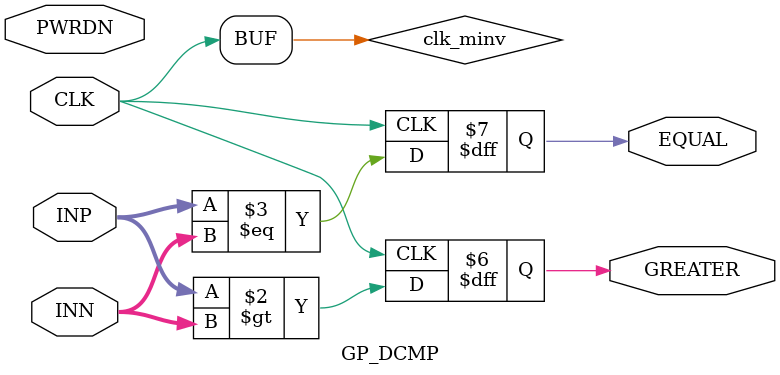
<source format=v>
module GP_DCMP(input[7:0] INP, input[7:0] INN, input CLK, input PWRDN, output reg GREATER, output reg EQUAL);
	parameter PWRDN_SYNC = 1'b0;
	parameter CLK_EDGE = "RISING";
	parameter GREATER_OR_EQUAL = 1'b0;
	initial GREATER = 0;
	initial EQUAL = 0;
	wire clk_minv = (CLK_EDGE == "RISING") ? CLK : ~CLK;
	always @(posedge clk_minv) begin
		if(GREATER_OR_EQUAL)
			GREATER <= (INP >= INN);
		else
			GREATER <= (INP > INN);
		EQUAL <= (INP == INN);
	end
endmodule
</source>
